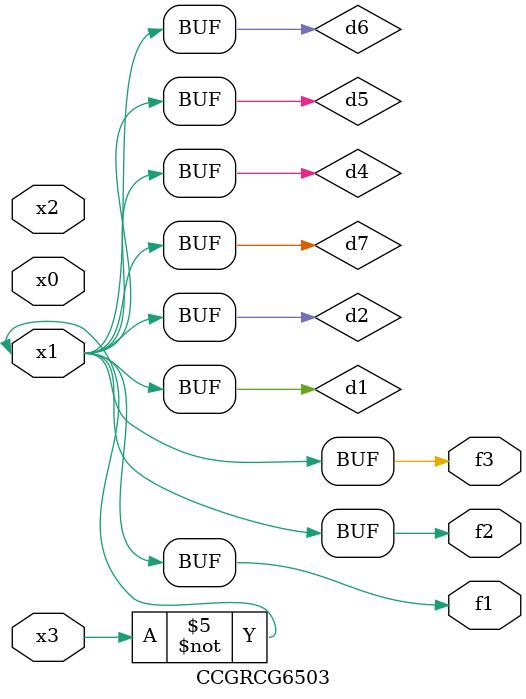
<source format=v>
module CCGRCG6503(
	input x0, x1, x2, x3,
	output f1, f2, f3
);

	wire d1, d2, d3, d4, d5, d6, d7;

	not (d1, x3);
	buf (d2, x1);
	xnor (d3, d1, d2);
	nor (d4, d1);
	buf (d5, d1, d2);
	buf (d6, d4, d5);
	nand (d7, d4);
	assign f1 = d6;
	assign f2 = d7;
	assign f3 = d6;
endmodule

</source>
